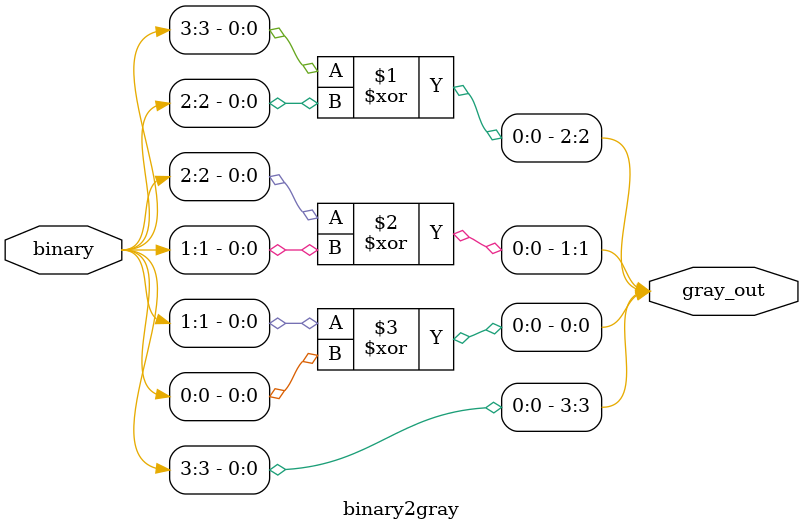
<source format=v>
`timescale 1ns / 1ps


module binary2gray(
input [3:0] binary ,
output  [3:0] gray_out
    );
    buf buf1(gray_out[3],binary[3]);
    xor xor1(gray_out[2],binary[3],binary[2]),
        xor2(gray_out[1],binary[2],binary[1]),
        xor3(gray_out[0],binary[1],binary[0]);
endmodule

</source>
